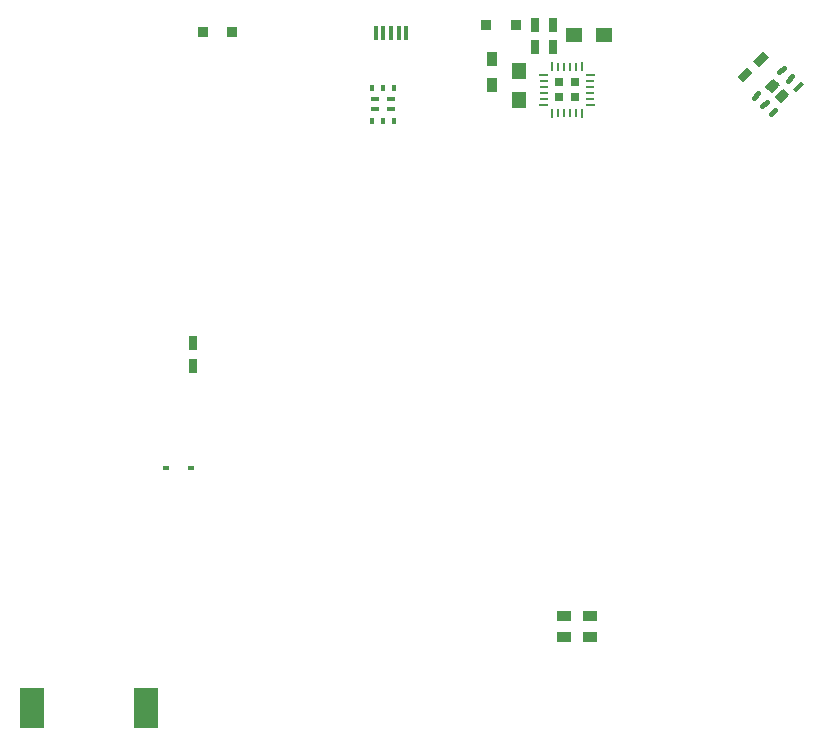
<source format=gtp>
G04 #@! TF.FileFunction,Paste,Top*
%FSLAX46Y46*%
G04 Gerber Fmt 4.6, Leading zero omitted, Abs format (unit mm)*
G04 Created by KiCad (PCBNEW 4.0.7) date Tue Mar 13 16:47:25 2018*
%MOMM*%
%LPD*%
G01*
G04 APERTURE LIST*
%ADD10C,0.025400*%
%ADD11C,0.150000*%
%ADD12C,0.399200*%
%ADD13R,0.399200X0.579200*%
%ADD14R,0.729200X0.459200*%
%ADD15R,1.199200X1.449200*%
%ADD16R,0.699200X1.149200*%
%ADD17R,1.449200X1.199200*%
%ADD18R,0.949200X0.949200*%
%ADD19R,0.849200X1.149200*%
%ADD20R,1.149200X0.849200*%
%ADD21R,2.149200X3.349200*%
%ADD22R,0.249200X0.649200*%
%ADD23R,0.249200X0.799200*%
%ADD24R,0.649200X0.249200*%
%ADD25R,0.799200X0.249200*%
%ADD26R,0.729200X0.729200*%
%ADD27C,0.249200*%
%ADD28R,0.349200X1.299200*%
%ADD29R,0.549200X0.399200*%
G04 APERTURE END LIST*
D10*
D11*
X162358500Y-78240808D02*
X162627908Y-78510216D01*
X163220605Y-79102913D02*
X163454092Y-79336399D01*
X163525934Y-79372320D02*
X163310407Y-79372320D01*
X163220605Y-79462123D02*
X162915276Y-79623767D01*
X163023039Y-79623767D02*
X163220605Y-79462123D01*
X163184684Y-79282518D02*
X163023039Y-79623767D01*
X163256526Y-79354360D02*
X163184684Y-79282518D01*
X162879355Y-79551925D02*
X163256526Y-79354360D01*
X163202644Y-79084952D02*
X162879355Y-79551925D01*
X162753632Y-79533965D02*
X163202644Y-79084952D01*
X163005079Y-79785412D02*
X162753632Y-79533965D01*
X163418171Y-79372320D02*
X163005079Y-79785412D01*
X163166723Y-79120873D02*
X163418171Y-79372320D01*
X163184684Y-78923307D02*
X163615736Y-79354360D01*
X162591987Y-79516004D02*
X163184684Y-78923307D01*
X163023039Y-79947057D02*
X162591987Y-79516004D01*
X163579815Y-79390281D02*
X163023039Y-79947057D01*
X162340540Y-78115084D02*
X162771592Y-78546137D01*
X162574026Y-78564097D02*
X162160935Y-78977189D01*
X161909487Y-78725742D02*
X162358500Y-78276729D01*
X162178895Y-78815544D02*
X162376461Y-78653900D01*
X161747843Y-78707781D02*
X162340540Y-78115084D01*
X162322579Y-78312650D02*
X162574026Y-78564097D01*
X162358500Y-78276729D02*
X162035211Y-78743702D01*
X162412382Y-78546137D02*
X162340540Y-78474295D01*
X162735671Y-78582058D02*
X162178895Y-79138834D01*
X162178895Y-79138834D02*
X161747843Y-78707781D01*
X162681790Y-78564097D02*
X162466263Y-78564097D01*
X162376461Y-78653900D02*
X162071132Y-78815544D01*
X162340540Y-78474295D02*
X162178895Y-78815544D01*
X162160935Y-78977189D02*
X161909487Y-78725742D01*
X162035211Y-78743702D02*
X162412382Y-78546137D01*
D10*
G36*
X164643728Y-78201069D02*
X164926005Y-78483346D01*
X164254820Y-79154531D01*
X163972543Y-78872254D01*
X164643728Y-78201069D01*
X164643728Y-78201069D01*
G37*
D12*
X162487052Y-80640022D02*
X162098144Y-81028930D01*
X163936621Y-77776239D02*
X163547713Y-78165147D01*
X161779945Y-79932915D02*
X161391037Y-80321823D01*
X163229514Y-77069132D02*
X162840606Y-77458040D01*
X161072838Y-79225808D02*
X160683930Y-79614716D01*
D13*
X130225000Y-78810000D03*
X129275000Y-78810000D03*
X128325000Y-78810000D03*
X128325000Y-81540000D03*
X129275000Y-81540000D03*
X130225000Y-81540000D03*
D14*
X128625000Y-80600000D03*
X129925000Y-80600000D03*
X128625000Y-79750000D03*
X129925000Y-79750000D03*
D15*
X140803000Y-77323001D03*
X140803000Y-79823001D03*
D16*
X142174601Y-75332000D03*
X142174601Y-73432000D03*
D17*
X145496602Y-74331200D03*
X147996602Y-74331200D03*
D16*
X143673202Y-75332000D03*
X143673202Y-73432000D03*
X113207600Y-102290400D03*
X113207600Y-100390400D03*
D10*
G36*
X159771763Y-78313073D02*
X159277354Y-77818664D01*
X160089961Y-77006057D01*
X160584370Y-77500466D01*
X159771763Y-78313073D01*
X159771763Y-78313073D01*
G37*
G36*
X161115265Y-76969571D02*
X160620856Y-76475162D01*
X161433463Y-75662555D01*
X161927872Y-76156964D01*
X161115265Y-76969571D01*
X161115265Y-76969571D01*
G37*
D18*
X138029000Y-73493000D03*
X140529000Y-73493000D03*
D19*
X138516999Y-78530000D03*
X138516999Y-76330000D03*
D20*
X144650000Y-125250000D03*
X146850000Y-125250000D03*
X144650000Y-123500000D03*
X146850000Y-123500000D03*
D18*
X114022500Y-74024500D03*
X116522500Y-74024500D03*
D21*
X99594000Y-131318000D03*
X109194000Y-131318000D03*
D22*
X146102000Y-76914001D03*
D23*
X145602000Y-76989001D03*
X145102000Y-76989001D03*
X144602000Y-76989001D03*
X144102000Y-76989001D03*
D22*
X143602000Y-76914001D03*
D24*
X142827000Y-77689001D03*
D25*
X142902000Y-78189001D03*
X142902000Y-78689001D03*
X142902000Y-79189001D03*
X142902000Y-79689001D03*
D24*
X142827000Y-80189001D03*
D22*
X143602000Y-80964001D03*
D23*
X144102000Y-80889001D03*
X144602000Y-80889001D03*
X145102000Y-80889001D03*
X145602000Y-80889001D03*
D22*
X146102000Y-80964001D03*
D24*
X146877000Y-80189001D03*
D25*
X146802000Y-79689001D03*
X146802000Y-79189001D03*
X146802000Y-78689001D03*
X146802000Y-78189001D03*
D24*
X146877000Y-77689001D03*
D26*
X144202000Y-79589001D03*
X145502000Y-79589001D03*
X144202000Y-78289001D03*
X145502000Y-78289001D03*
D27*
X146527000Y-80189001D03*
X146102000Y-80614001D03*
X143602000Y-80614001D03*
X143177000Y-80189001D03*
X143602000Y-77264001D03*
X143177000Y-77689001D03*
X146527000Y-77689001D03*
X146102000Y-77264001D03*
D28*
X131275000Y-74150000D03*
X130625000Y-74150000D03*
X129975000Y-74150000D03*
X129325000Y-74150000D03*
X128675000Y-74150000D03*
D29*
X110950000Y-111000000D03*
X113050000Y-111000000D03*
M02*

</source>
